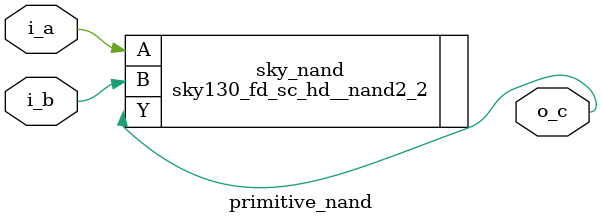
<source format=v>


(* dont_touch = "yes"*)
module ring_osc#
	(
		parameter NO_INVs = 5      // No of inverter stage
	)(
		input i_en,
		output [NO_INVs-1:0] o_w
	);

	(*ALLOW_COMBINATORIAL_LOOPS = "true"*)(* dont_touch = "yes"*) wire [NO_INVs-1:0]w;

	/* nand */
	primitive_nand nand1(w[NO_INVs-1], i_en, w[0]);
	
	/* number of inverters */
	genvar i;
	generate
		for(i = 0; i < NO_INVs-1; i = i+1) begin
			primitive_not not1(w[i], w[i+1]);
		end
	endgenerate
		
	/* output */
	assign o_w = w;
	
endmodule



//////////////////////////////////////////////////////////////////////////////////
module primitive_not(
	input i_a,
	output o_b
	);
		
	// LUT6 #(
   //    .INIT(64'h0000000000000001)  // Specify LUT Contents
   // ) LUT6_inst (
   //    .O(o_b),   // LUT general output
   //    .I0(i_a), // LUT input
   //    .I1(0), // LUT input
   //    .I2(0), // LUT input
   //    .I3(0), // LUT input
   //    .I4(0), // LUT input
   //    .I5(0)  // LUT input
   // );
   (* keep *) sky130_fd_sc_hd__inv_2   sky_inverter (
        .A  (i_a),
        .Y  (o_b)
    );

endmodule


//////////////////////////////////////////////////////////////////////////////////   
module primitive_nand(
	input i_a,
	input i_b,
	output o_c
	);
		
	// LUT6 #(
   //    .INIT(64'h0000000000000007)  // Specify LUT Contents
   // ) LUT6_inst (
   //    .O(o_c),   // LUT general output
   //    .I0(i_a), // LUT input
   //    .I1(i_b), // LUT input
   //    .I2(0), // LUT input
   //    .I3(0), // LUT input
   //    .I4(0), // LUT input
   //    .I5(0)  // LUT input
   // );
   (* keep *) sky130_fd_sc_hd__nand2_2   sky_nand (
        .Y  (o_c),
        .A  (i_a),
        .B  (i_b)
    );

endmodule


</source>
